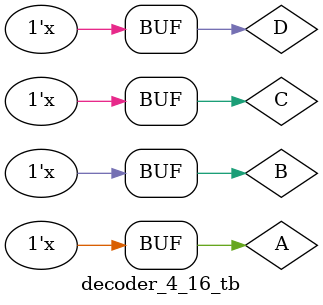
<source format=v>
`timescale 1ns / 1ps
module decoder_4_16_tb;

reg A,B,C,D;
wire O1,O2,O3,O4,O5,O6,O7,O8,O9,O10,O11,O12,O13,O14,O15,O16;

decoder_4_16 u_test(
.A(A), .B(B), .C(C), .D(D), .O1(O1), .O2(O2), .O3(O3), .O4(O4), .O5(O5), .O6(O6),
.O7(O7), .O8(O8), .O9(O9), .O10(O10), .O11(O11), .O12(O12), .O13(O13), .O14(O14), .O15(O15), .O16(O16));

initial begin
A=1'b0;
B=1'b0;
C=1'b0;
D=1'b0;
end

always A = #50 ~A;
always B = #100 ~B;
always C = #200 ~C;
always D = #400 ~D;


endmodule

//`timescale 1ns / 1ps
//module demux_tb;

//reg InA,InB,Z;
//wire Out1,Out2,Out3,Out4;

//demux u_test(
//.InA(InA), .InB(InB), .Z(Z),.Out1(Out1), .Out2(Out2), .Out3(Out3), .Out4(Out4));

//initial begin
//InA=1'b0;
//InB=1'b0;
//Z=1'b0;
//end

//always@(InA or InB or Z) begin
//InA <= #25 ~InA;
//InB <= #50 ~InB;
//Z <= #100 ~Z;
//end
//endmodule
</source>
